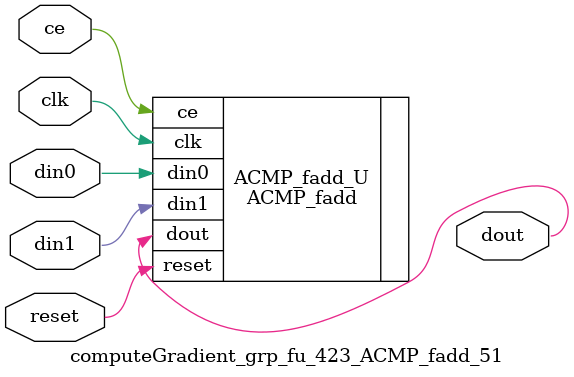
<source format=v>

`timescale 1 ns / 1 ps
module computeGradient_grp_fu_423_ACMP_fadd_51(
    clk,
    reset,
    ce,
    din0,
    din1,
    dout);

parameter ID = 32'd1;
parameter NUM_STAGE = 32'd1;
parameter din0_WIDTH = 32'd1;
parameter din1_WIDTH = 32'd1;
parameter dout_WIDTH = 32'd1;
input clk;
input reset;
input ce;
input[din0_WIDTH - 1:0] din0;
input[din1_WIDTH - 1:0] din1;
output[dout_WIDTH - 1:0] dout;



ACMP_fadd #(
.ID( ID ),
.NUM_STAGE( 4 ),
.din0_WIDTH( din0_WIDTH ),
.din1_WIDTH( din1_WIDTH ),
.dout_WIDTH( dout_WIDTH ))
ACMP_fadd_U(
    .clk( clk ),
    .reset( reset ),
    .ce( ce ),
    .din0( din0 ),
    .din1( din1 ),
    .dout( dout ));

endmodule

</source>
